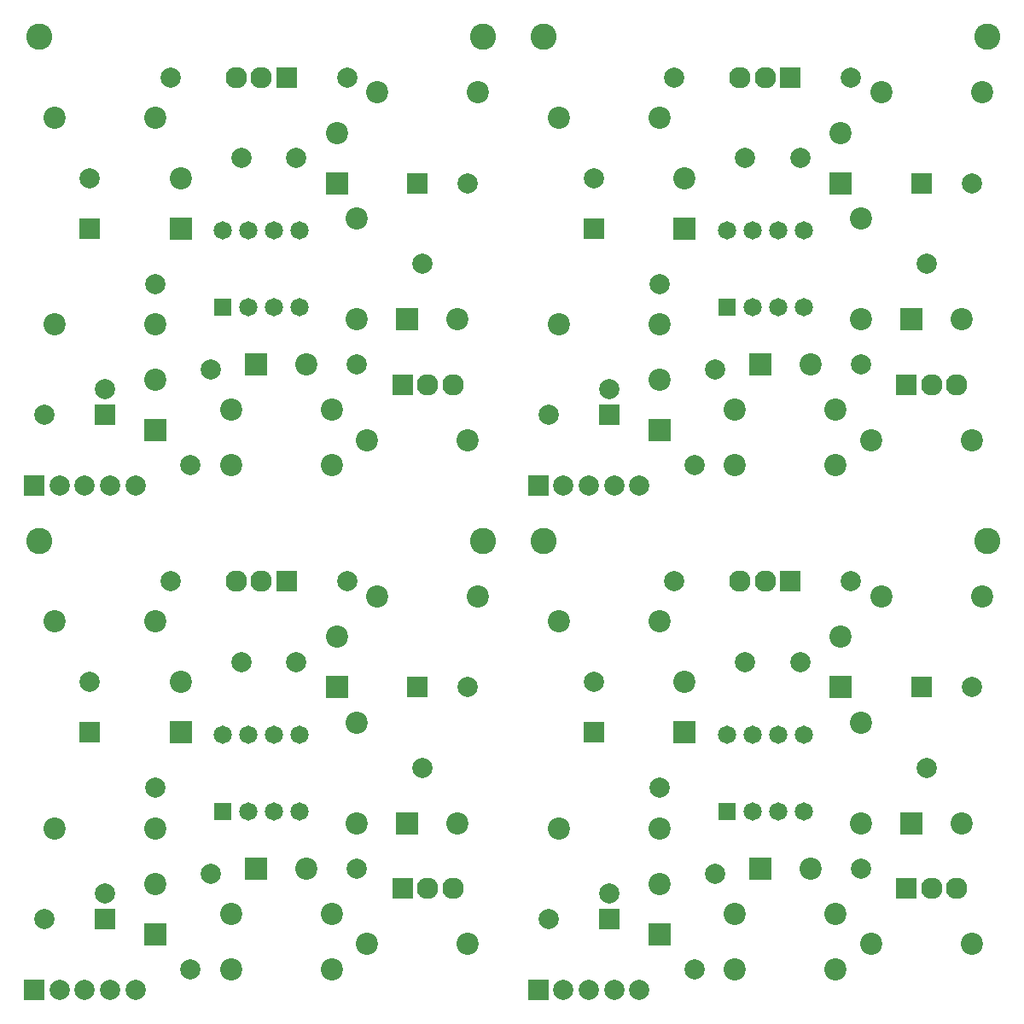
<source format=gbr>
G04 EAGLE Gerber RS-274X export*
G75*
%MOMM*%
%FSLAX34Y34*%
%LPD*%
%INSoldermask Bottom*%
%IPPOS*%
%AMOC8*
5,1,8,0,0,1.08239X$1,22.5*%
G01*
%ADD10R,2.200000X2.200000*%
%ADD11C,2.200000*%
%ADD12R,2.000000X2.000000*%
%ADD13C,2.000000*%
%ADD14R,2.130400X2.130400*%
%ADD15C,2.130400*%
%ADD16R,1.812800X1.812800*%
%ADD17C,1.812800*%
%ADD18C,2.600000*%


D10*
X170000Y280000D03*
D11*
X170000Y330000D03*
D12*
X80000Y280000D03*
D13*
X80000Y330000D03*
D11*
X320000Y45000D03*
X220000Y45000D03*
X320000Y100000D03*
X220000Y100000D03*
X145000Y390000D03*
X45000Y390000D03*
X465000Y415000D03*
X365000Y415000D03*
D14*
X275000Y430000D03*
D15*
X250000Y430000D03*
X225000Y430000D03*
D12*
X405000Y325000D03*
D13*
X455000Y325000D03*
D10*
X325000Y325000D03*
D11*
X325000Y375000D03*
D16*
X211900Y201900D03*
D17*
X237300Y201900D03*
X237300Y278100D03*
X211900Y278100D03*
X262700Y201900D03*
X288100Y201900D03*
X262700Y278100D03*
X288100Y278100D03*
D10*
X245000Y145000D03*
D11*
X295000Y145000D03*
D10*
X395000Y190000D03*
D11*
X445000Y190000D03*
X345000Y190000D03*
X345000Y290000D03*
D13*
X285000Y350000D03*
X180000Y45000D03*
X200000Y140000D03*
X145000Y225000D03*
X230000Y350000D03*
X35000Y95000D03*
X160000Y430000D03*
X335000Y430000D03*
X410000Y245000D03*
X345000Y145000D03*
D18*
X470000Y470000D03*
X30000Y470000D03*
D12*
X25000Y25000D03*
D13*
X50000Y25000D03*
X75000Y25000D03*
X100000Y25000D03*
X125000Y25000D03*
D11*
X45000Y185000D03*
X145000Y185000D03*
D10*
X145000Y80000D03*
D11*
X145000Y130000D03*
D12*
X95000Y95000D03*
D13*
X95000Y120400D03*
D14*
X390000Y125000D03*
D15*
X415000Y125000D03*
X440000Y125000D03*
D11*
X455000Y70000D03*
X355000Y70000D03*
D10*
X170000Y780000D03*
D11*
X170000Y830000D03*
D12*
X80000Y780000D03*
D13*
X80000Y830000D03*
D11*
X320000Y545000D03*
X220000Y545000D03*
X320000Y600000D03*
X220000Y600000D03*
X145000Y890000D03*
X45000Y890000D03*
X465000Y915000D03*
X365000Y915000D03*
D14*
X275000Y930000D03*
D15*
X250000Y930000D03*
X225000Y930000D03*
D12*
X405000Y825000D03*
D13*
X455000Y825000D03*
D10*
X325000Y825000D03*
D11*
X325000Y875000D03*
D16*
X211900Y701900D03*
D17*
X237300Y701900D03*
X237300Y778100D03*
X211900Y778100D03*
X262700Y701900D03*
X288100Y701900D03*
X262700Y778100D03*
X288100Y778100D03*
D10*
X245000Y645000D03*
D11*
X295000Y645000D03*
D10*
X395000Y690000D03*
D11*
X445000Y690000D03*
X345000Y690000D03*
X345000Y790000D03*
D13*
X285000Y850000D03*
X180000Y545000D03*
X200000Y640000D03*
X145000Y725000D03*
X230000Y850000D03*
X35000Y595000D03*
X160000Y930000D03*
X335000Y930000D03*
X410000Y745000D03*
X345000Y645000D03*
D18*
X470000Y970000D03*
X30000Y970000D03*
D12*
X25000Y525000D03*
D13*
X50000Y525000D03*
X75000Y525000D03*
X100000Y525000D03*
X125000Y525000D03*
D11*
X45000Y685000D03*
X145000Y685000D03*
D10*
X145000Y580000D03*
D11*
X145000Y630000D03*
D12*
X95000Y595000D03*
D13*
X95000Y620400D03*
D14*
X390000Y625000D03*
D15*
X415000Y625000D03*
X440000Y625000D03*
D11*
X455000Y570000D03*
X355000Y570000D03*
D10*
X670000Y280000D03*
D11*
X670000Y330000D03*
D12*
X580000Y280000D03*
D13*
X580000Y330000D03*
D11*
X820000Y45000D03*
X720000Y45000D03*
X820000Y100000D03*
X720000Y100000D03*
X645000Y390000D03*
X545000Y390000D03*
X965000Y415000D03*
X865000Y415000D03*
D14*
X775000Y430000D03*
D15*
X750000Y430000D03*
X725000Y430000D03*
D12*
X905000Y325000D03*
D13*
X955000Y325000D03*
D10*
X825000Y325000D03*
D11*
X825000Y375000D03*
D16*
X711900Y201900D03*
D17*
X737300Y201900D03*
X737300Y278100D03*
X711900Y278100D03*
X762700Y201900D03*
X788100Y201900D03*
X762700Y278100D03*
X788100Y278100D03*
D10*
X745000Y145000D03*
D11*
X795000Y145000D03*
D10*
X895000Y190000D03*
D11*
X945000Y190000D03*
X845000Y190000D03*
X845000Y290000D03*
D13*
X785000Y350000D03*
X680000Y45000D03*
X700000Y140000D03*
X645000Y225000D03*
X730000Y350000D03*
X535000Y95000D03*
X660000Y430000D03*
X835000Y430000D03*
X910000Y245000D03*
X845000Y145000D03*
D18*
X970000Y470000D03*
X530000Y470000D03*
D12*
X525000Y25000D03*
D13*
X550000Y25000D03*
X575000Y25000D03*
X600000Y25000D03*
X625000Y25000D03*
D11*
X545000Y185000D03*
X645000Y185000D03*
D10*
X645000Y80000D03*
D11*
X645000Y130000D03*
D12*
X595000Y95000D03*
D13*
X595000Y120400D03*
D14*
X890000Y125000D03*
D15*
X915000Y125000D03*
X940000Y125000D03*
D11*
X955000Y70000D03*
X855000Y70000D03*
D10*
X670000Y780000D03*
D11*
X670000Y830000D03*
D12*
X580000Y780000D03*
D13*
X580000Y830000D03*
D11*
X820000Y545000D03*
X720000Y545000D03*
X820000Y600000D03*
X720000Y600000D03*
X645000Y890000D03*
X545000Y890000D03*
X965000Y915000D03*
X865000Y915000D03*
D14*
X775000Y930000D03*
D15*
X750000Y930000D03*
X725000Y930000D03*
D12*
X905000Y825000D03*
D13*
X955000Y825000D03*
D10*
X825000Y825000D03*
D11*
X825000Y875000D03*
D16*
X711900Y701900D03*
D17*
X737300Y701900D03*
X737300Y778100D03*
X711900Y778100D03*
X762700Y701900D03*
X788100Y701900D03*
X762700Y778100D03*
X788100Y778100D03*
D10*
X745000Y645000D03*
D11*
X795000Y645000D03*
D10*
X895000Y690000D03*
D11*
X945000Y690000D03*
X845000Y690000D03*
X845000Y790000D03*
D13*
X785000Y850000D03*
X680000Y545000D03*
X700000Y640000D03*
X645000Y725000D03*
X730000Y850000D03*
X535000Y595000D03*
X660000Y930000D03*
X835000Y930000D03*
X910000Y745000D03*
X845000Y645000D03*
D18*
X970000Y970000D03*
X530000Y970000D03*
D12*
X525000Y525000D03*
D13*
X550000Y525000D03*
X575000Y525000D03*
X600000Y525000D03*
X625000Y525000D03*
D11*
X545000Y685000D03*
X645000Y685000D03*
D10*
X645000Y580000D03*
D11*
X645000Y630000D03*
D12*
X595000Y595000D03*
D13*
X595000Y620400D03*
D14*
X890000Y625000D03*
D15*
X915000Y625000D03*
X940000Y625000D03*
D11*
X955000Y570000D03*
X855000Y570000D03*
M02*

</source>
